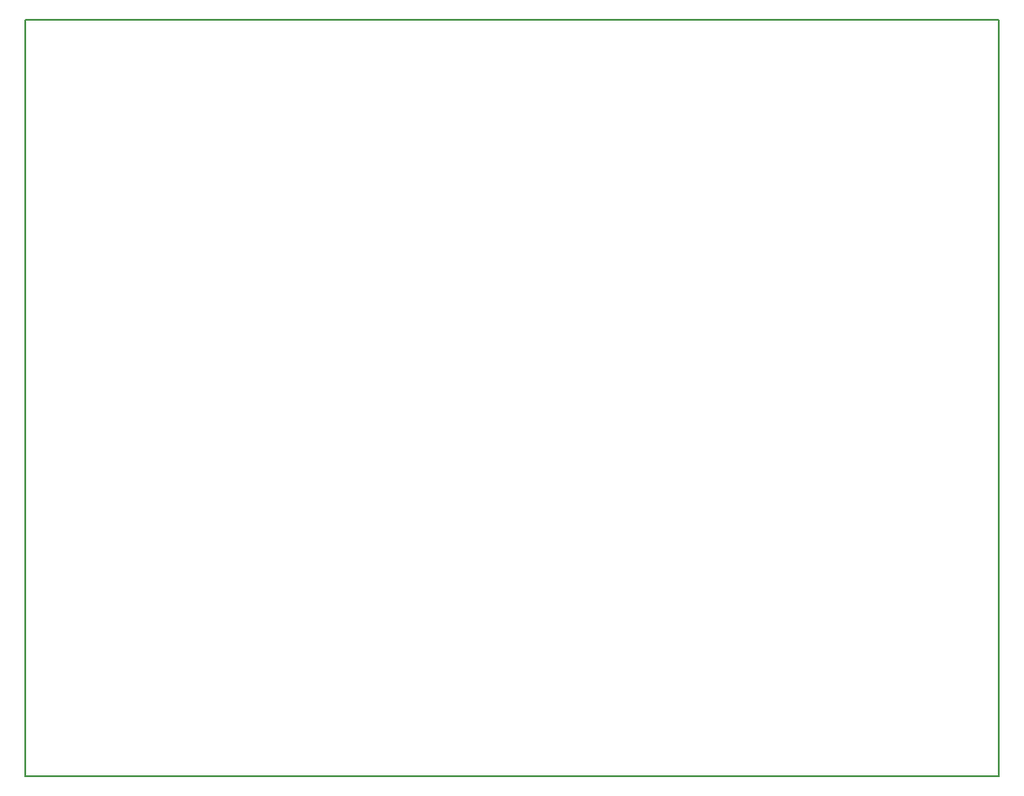
<source format=gbr>
%TF.GenerationSoftware,KiCad,Pcbnew,8.0.6-8.0.6-0~ubuntu24.04.1*%
%TF.CreationDate,2024-10-31T19:49:34+00:00*%
%TF.ProjectId,Windtunnel_Schematic,57696e64-7475-46e6-9e65-6c5f53636865,rev?*%
%TF.SameCoordinates,Original*%
%TF.FileFunction,Profile,NP*%
%FSLAX46Y46*%
G04 Gerber Fmt 4.6, Leading zero omitted, Abs format (unit mm)*
G04 Created by KiCad (PCBNEW 8.0.6-8.0.6-0~ubuntu24.04.1) date 2024-10-31 19:49:34*
%MOMM*%
%LPD*%
G01*
G04 APERTURE LIST*
%TA.AperFunction,Profile*%
%ADD10C,0.200000*%
%TD*%
G04 APERTURE END LIST*
D10*
X50800000Y-83820000D02*
X142240000Y-83820000D01*
X142240000Y-154940000D01*
X50800000Y-154940000D01*
X50800000Y-83820000D01*
M02*

</source>
